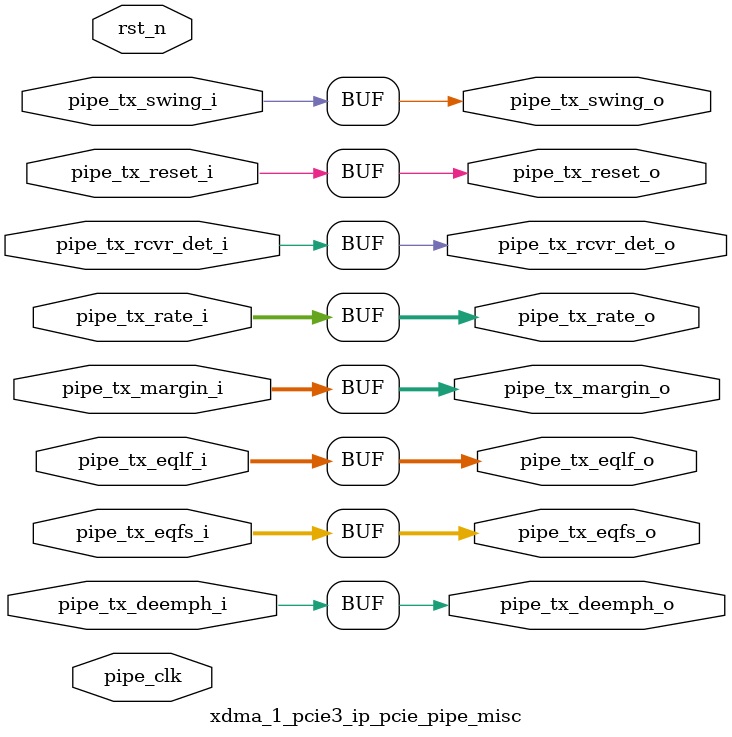
<source format=v>

`timescale 1ps/1ps

module xdma_1_pcie3_ip_pcie_pipe_misc #
(
  parameter        TCQ = 100,
  parameter        PIPE_PIPELINE_STAGES = 0    // 0 - 0 stages, 1 - 1 stage, 2 - 2 stages
) (

  input   wire        pipe_tx_rcvr_det_i      ,     // PIPE Tx Receiver Detect
  input   wire        pipe_tx_reset_i         ,     // PIPE Tx Reset
  input   wire [1:0]  pipe_tx_rate_i          ,     // PIPE Tx Rate
  input   wire        pipe_tx_deemph_i        ,     // PIPE Tx Deemphasis
  input   wire [2:0]  pipe_tx_margin_i        ,     // PIPE Tx Margin
  input   wire        pipe_tx_swing_i         ,     // PIPE Tx Swing
  input   wire [5:0]  pipe_tx_eqfs_i          ,     // PIPE Tx
  input   wire [5:0]  pipe_tx_eqlf_i          ,     // PIPE Tx
  output  wire        pipe_tx_rcvr_det_o      ,     // Pipelined PIPE Tx Receiver Detect
  output  wire        pipe_tx_reset_o         ,     // Pipelined PIPE Tx Reset
  output  wire [1:0]  pipe_tx_rate_o          ,     // Pipelined PIPE Tx Rate
  output  wire        pipe_tx_deemph_o        ,     // Pipelined PIPE Tx Deemphasis
  output  wire [2:0]  pipe_tx_margin_o        ,     // Pipelined PIPE Tx Margin
  output  wire        pipe_tx_swing_o         ,     // Pipelined PIPE Tx Swing
  output wire [5:0]  pipe_tx_eqfs_o           ,     // PIPE Tx
  output wire [5:0]  pipe_tx_eqlf_o           ,     // PIPE Tx

  input   wire        pipe_clk                ,     // PIPE Clock
  input   wire        rst_n                         // Reset
);

  //******************************************************************//
  // Reality check.                                                   //
  //******************************************************************//

  reg                pipe_tx_rcvr_det_q       ;
  reg                pipe_tx_reset_q          ;
  reg [1:0]          pipe_tx_rate_q           ;
  reg                pipe_tx_deemph_q         ;
  reg [2:0]          pipe_tx_margin_q         ;
  reg                pipe_tx_swing_q          ;
  reg                pipe_tx_eqfs_q          ;
  reg                pipe_tx_eqlf_q          ;

  reg                pipe_tx_rcvr_det_qq      ;
  reg                pipe_tx_reset_qq         ;
  reg [1:0]          pipe_tx_rate_qq          ;
  reg                pipe_tx_deemph_qq        ;
  reg [2:0]          pipe_tx_margin_qq        ;
  reg                pipe_tx_swing_qq         ;
  reg                pipe_tx_eqfs_qq          ;
  reg                pipe_tx_eqlf_qq          ;


  generate

  if (PIPE_PIPELINE_STAGES == 0) begin : pipe_stages_0

      assign pipe_tx_rcvr_det_o = pipe_tx_rcvr_det_i;
      assign pipe_tx_reset_o    = pipe_tx_reset_i;
      assign pipe_tx_rate_o     = pipe_tx_rate_i;
      assign pipe_tx_deemph_o   = pipe_tx_deemph_i;
      assign pipe_tx_margin_o   = pipe_tx_margin_i;
      assign pipe_tx_swing_o    = pipe_tx_swing_i;
      assign pipe_tx_eqfs_o     = pipe_tx_eqfs_i;
      assign pipe_tx_eqlf_o     = pipe_tx_eqlf_i;

  end // if (PIPE_PIPELINE_STAGES == 0)
  else if (PIPE_PIPELINE_STAGES == 1) begin : pipe_stages_1

    always @(posedge pipe_clk) begin

      if (!rst_n)
      begin

        pipe_tx_rcvr_det_q <= #TCQ 1'b0;
        pipe_tx_reset_q    <= #TCQ 1'b1;
        pipe_tx_rate_q     <= #TCQ 2'b0;
        pipe_tx_deemph_q   <= #TCQ 1'b1;
        pipe_tx_margin_q   <= #TCQ 3'b0;
        pipe_tx_swing_q    <= #TCQ 1'b0;
        pipe_tx_eqfs_q     <= #TCQ 5'b0;
        pipe_tx_eqlf_q     <= #TCQ 5'b0;

      end
      else
      begin

        pipe_tx_rcvr_det_q <= #TCQ pipe_tx_rcvr_det_i;
        pipe_tx_reset_q    <= #TCQ pipe_tx_reset_i;
        pipe_tx_rate_q     <= #TCQ pipe_tx_rate_i;
        pipe_tx_deemph_q   <= #TCQ pipe_tx_deemph_i;
        pipe_tx_margin_q   <= #TCQ pipe_tx_margin_i;
        pipe_tx_swing_q    <= #TCQ pipe_tx_swing_i;
        pipe_tx_eqfs_q     <= #TCQ pipe_tx_eqfs_i;
        pipe_tx_eqlf_q     <= #TCQ pipe_tx_eqlf_i;

      end

    end

    assign pipe_tx_rcvr_det_o = pipe_tx_rcvr_det_q;
    assign pipe_tx_reset_o    = pipe_tx_reset_q;
    assign pipe_tx_rate_o     = pipe_tx_rate_q;
    assign pipe_tx_deemph_o   = pipe_tx_deemph_q;
    assign pipe_tx_margin_o   = pipe_tx_margin_q;
    assign pipe_tx_swing_o    = pipe_tx_swing_q;
    assign pipe_tx_eqfs_o     = pipe_tx_eqfs_q;
    assign pipe_tx_eqlf_o     = pipe_tx_eqlf_q;

  end // if (PIPE_PIPELINE_STAGES == 1)
  else if (PIPE_PIPELINE_STAGES == 2) begin : pipe_stages_2

    always @(posedge pipe_clk) begin

      if (!rst_n)
      begin

        pipe_tx_rcvr_det_q  <= #TCQ 1'b0;
        pipe_tx_reset_q     <= #TCQ 1'b1;
        pipe_tx_rate_q      <= #TCQ 2'b0;
        pipe_tx_deemph_q    <= #TCQ 1'b1;
        pipe_tx_margin_q    <= #TCQ 1'b0;
        pipe_tx_swing_q     <= #TCQ 1'b0;
        pipe_tx_eqfs_q      <= #TCQ 5'b0;
        pipe_tx_eqlf_q      <= #TCQ 5'b0;

        pipe_tx_rcvr_det_qq <= #TCQ 1'b0;
        pipe_tx_reset_qq    <= #TCQ 1'b1;
        pipe_tx_rate_qq     <= #TCQ 2'b0;
        pipe_tx_deemph_qq   <= #TCQ 1'b1;
        pipe_tx_margin_qq   <= #TCQ 1'b0;
        pipe_tx_swing_qq    <= #TCQ 1'b0;
        pipe_tx_eqfs_qq     <= #TCQ 5'b0;
        pipe_tx_eqlf_qq     <= #TCQ 5'b0;

      end
      else
      begin

        pipe_tx_rcvr_det_q  <= #TCQ pipe_tx_rcvr_det_i;
        pipe_tx_reset_q     <= #TCQ pipe_tx_reset_i;
        pipe_tx_rate_q      <= #TCQ pipe_tx_rate_i;
        pipe_tx_deemph_q    <= #TCQ pipe_tx_deemph_i;
        pipe_tx_margin_q    <= #TCQ pipe_tx_margin_i;
        pipe_tx_swing_q     <= #TCQ pipe_tx_swing_i;
        pipe_tx_eqfs_q      <= #TCQ pipe_tx_eqfs_i;
        pipe_tx_eqlf_q      <= #TCQ pipe_tx_eqlf_i;

        pipe_tx_rcvr_det_qq <= #TCQ pipe_tx_rcvr_det_q;
        pipe_tx_reset_qq    <= #TCQ pipe_tx_reset_q;
        pipe_tx_rate_qq     <= #TCQ pipe_tx_rate_q;
        pipe_tx_deemph_qq   <= #TCQ pipe_tx_deemph_q;
        pipe_tx_margin_qq   <= #TCQ pipe_tx_margin_q;
        pipe_tx_swing_qq    <= #TCQ pipe_tx_swing_q;
        pipe_tx_eqfs_qq     <= #TCQ pipe_tx_eqfs_q;
        pipe_tx_eqlf_qq     <= #TCQ pipe_tx_eqlf_q;

      end

    end

    assign pipe_tx_rcvr_det_o = pipe_tx_rcvr_det_qq;
    assign pipe_tx_reset_o    = pipe_tx_reset_qq;
    assign pipe_tx_rate_o     = pipe_tx_rate_qq;
    assign pipe_tx_deemph_o   = pipe_tx_deemph_qq;
    assign pipe_tx_margin_o   = pipe_tx_margin_qq;
    assign pipe_tx_swing_o    = pipe_tx_swing_qq;
    assign pipe_tx_eqfs_o     = pipe_tx_eqfs_qq;
    assign pipe_tx_eqlf_o     = pipe_tx_eqlf_qq;

  end // if (PIPE_PIPELINE_STAGES == 2)

  // Default to zero pipeline stages if PIPE_PIPELINE_STAGES != 0,1,2
  else begin
    assign pipe_tx_rcvr_det_o = pipe_tx_rcvr_det_i;
    assign pipe_tx_reset_o    = pipe_tx_reset_i;
    assign pipe_tx_rate_o     = pipe_tx_rate_i;
    assign pipe_tx_deemph_o   = pipe_tx_deemph_i;
    assign pipe_tx_margin_o   = pipe_tx_margin_i;
    assign pipe_tx_swing_o    = pipe_tx_swing_i;
    assign pipe_tx_eqfs_o     = pipe_tx_eqfs_i;
    assign pipe_tx_eqlf_o     = pipe_tx_eqlf_i;
  end
  endgenerate

endmodule


</source>
